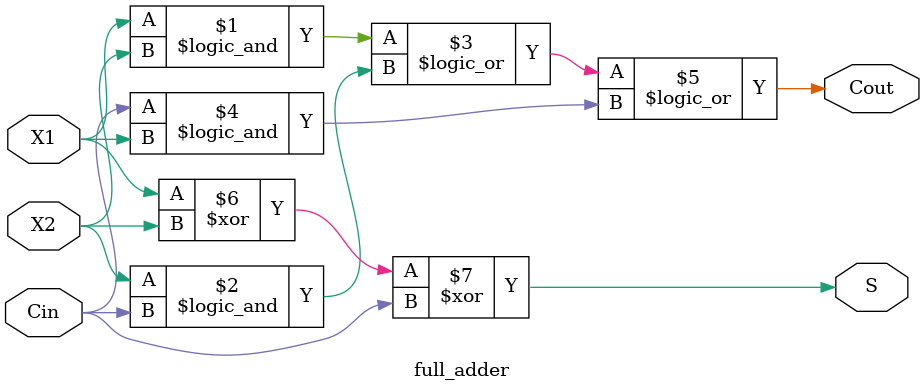
<source format=v>


module adder_subtractor
    `ifdef CUSTOM_DEFINE
        #(
            parameter   ADDER_WIDTH = `ADDER_WIDTH
        )
    `else
        #(
            parameter   ADDER_WIDTH = 32
        )
    `endif

(
    input [ADDER_WIDTH-1:0] A,
    input [ADDER_WIDTH-1:0] B,
    input Cin,
    output [ADDER_WIDTH-1:0] sum
    // output Cout
);
    wire Cout;
    wire rippleCarry[(ADDER_WIDTH/4): 0];

    assign rippleCarry[0] = Cin;
    assign Cout = rippleCarry[ADDER_WIDTH/4];

    genvar i;   // loop variable generate for

    generate
        for (i = 0; i < (ADDER_WIDTH); i = i+4) begin : adder32bit
            adder_subtractor_4bit as4bit (
                .A(A[i+3:i]),
                .B(B[i+3:i]),
                .Cin(rippleCarry[(i/4)]),
                .Cout(rippleCarry[(i/4)+1]),
                .sum(sum[i+3:i])
            );
        end
    endgenerate

endmodule

module adder_subtractor_4bit(
    input [3:0] A,
    input [3:0] B,
    input Cin,
    output Cout,
    output [3:0] sum
);
    wire b_xor_0;   // xor of B[0]
    wire b_xor_1;   // xor of B[1]
    wire b_xor_2;   // xor of B[2]
    wire b_xor_3;   // xor of B[3]

    wire Cout_0;    // Carry out FA0
    wire Cout_1;    // Carry out FA1
    wire Cout_2;    // Carry out FA2   
                    // Cout Carry out FA3

    xor b_xor_cin_0 (b_xor_0, B[0], Cin);
    xor b_xor_cin_1 (b_xor_1, B[1], Cin);
    xor b_xor_cin_2 (b_xor_2, B[2], Cin);
    xor b_xor_cin_3 (b_xor_3, B[3], Cin);
    
    full_adder fa_0 (
        .X1(A[0]),
        .X2(b_xor_0),
        .Cin(Cin),
        .S(sum[0]),
        .Cout(Cout_0)
    );

    full_adder fa_1 (
        .X1(A[1]),
        .X2(b_xor_1),
        .Cin(Cout_0),
        .S(sum[1]),
        .Cout(Cout_1)
    );

    full_adder fa_2 (
        .X1(A[2]),
        .X2(b_xor_2),
        .Cin(Cout_1),
        .S(sum[2]),
        .Cout(Cout_2)
    );

    full_adder fa_3 (
        .X1(A[3]),
        .X2(b_xor_3),
        .Cin(Cout_2),
        .S(sum[3]),
        .Cout(Cout)
    );

endmodule

module full_adder( 
    input X1,
    input X2,
    input Cin, 
    output S,
    output Cout
    );

    wire a1, a2, a3;

    assign Cout = X1 && X2 || X2 && Cin || Cin && X1;
    assign S = X1 ^ X2 ^ Cin;

endmodule


</source>
